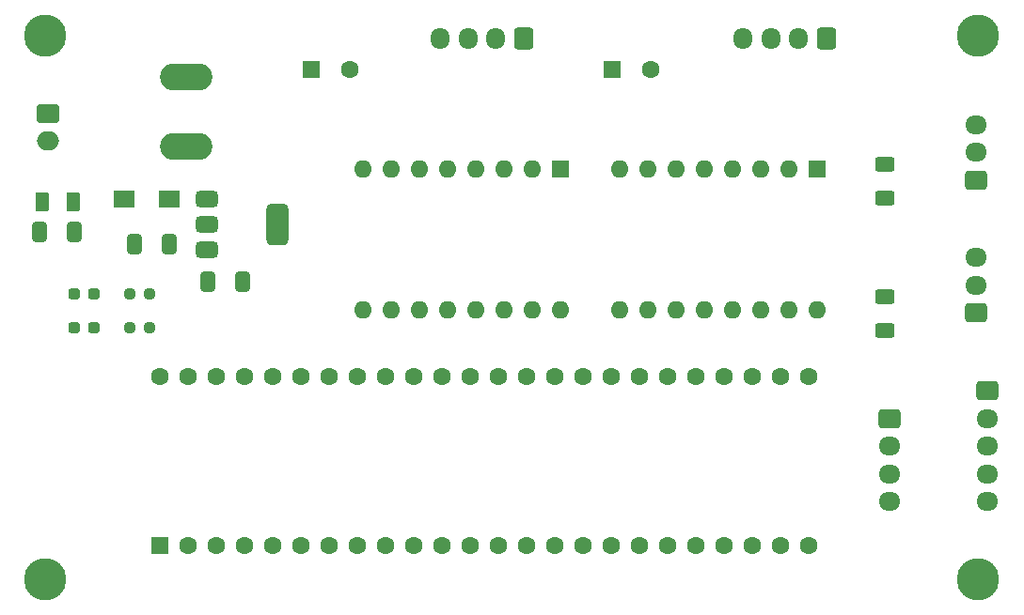
<source format=gbr>
%TF.GenerationSoftware,KiCad,Pcbnew,9.0.0*%
%TF.CreationDate,2025-03-09T21:01:43-04:00*%
%TF.ProjectId,RobocupSwinderPCB,526f626f-6375-4705-9377-696e64657250,1*%
%TF.SameCoordinates,Original*%
%TF.FileFunction,Soldermask,Top*%
%TF.FilePolarity,Negative*%
%FSLAX46Y46*%
G04 Gerber Fmt 4.6, Leading zero omitted, Abs format (unit mm)*
G04 Created by KiCad (PCBNEW 9.0.0) date 2025-03-09 21:01:43*
%MOMM*%
%LPD*%
G01*
G04 APERTURE LIST*
G04 Aperture macros list*
%AMRoundRect*
0 Rectangle with rounded corners*
0 $1 Rounding radius*
0 $2 $3 $4 $5 $6 $7 $8 $9 X,Y pos of 4 corners*
0 Add a 4 corners polygon primitive as box body*
4,1,4,$2,$3,$4,$5,$6,$7,$8,$9,$2,$3,0*
0 Add four circle primitives for the rounded corners*
1,1,$1+$1,$2,$3*
1,1,$1+$1,$4,$5*
1,1,$1+$1,$6,$7*
1,1,$1+$1,$8,$9*
0 Add four rect primitives between the rounded corners*
20,1,$1+$1,$2,$3,$4,$5,0*
20,1,$1+$1,$4,$5,$6,$7,0*
20,1,$1+$1,$6,$7,$8,$9,0*
20,1,$1+$1,$8,$9,$2,$3,0*%
G04 Aperture macros list end*
%ADD10RoundRect,0.250000X0.725000X-0.600000X0.725000X0.600000X-0.725000X0.600000X-0.725000X-0.600000X0*%
%ADD11O,1.950000X1.700000*%
%ADD12RoundRect,0.250000X0.625000X-0.400000X0.625000X0.400000X-0.625000X0.400000X-0.625000X-0.400000X0*%
%ADD13R,1.600000X1.600000*%
%ADD14C,1.600000*%
%ADD15RoundRect,0.237500X0.287500X0.237500X-0.287500X0.237500X-0.287500X-0.237500X0.287500X-0.237500X0*%
%ADD16C,3.800000*%
%ADD17RoundRect,0.237500X-0.250000X-0.237500X0.250000X-0.237500X0.250000X0.237500X-0.250000X0.237500X0*%
%ADD18RoundRect,0.250000X-0.725000X0.600000X-0.725000X-0.600000X0.725000X-0.600000X0.725000X0.600000X0*%
%ADD19RoundRect,0.250000X-0.750000X0.600000X-0.750000X-0.600000X0.750000X-0.600000X0.750000X0.600000X0*%
%ADD20O,2.000000X1.700000*%
%ADD21O,1.600000X1.600000*%
%ADD22O,4.704000X2.454000*%
%ADD23R,1.900000X1.500000*%
%ADD24RoundRect,0.250000X0.600000X0.725000X-0.600000X0.725000X-0.600000X-0.725000X0.600000X-0.725000X0*%
%ADD25O,1.700000X1.950000*%
%ADD26RoundRect,0.250000X-0.412500X-0.650000X0.412500X-0.650000X0.412500X0.650000X-0.412500X0.650000X0*%
%ADD27RoundRect,0.375000X-0.625000X-0.375000X0.625000X-0.375000X0.625000X0.375000X-0.625000X0.375000X0*%
%ADD28RoundRect,0.500000X-0.500000X-1.400000X0.500000X-1.400000X0.500000X1.400000X-0.500000X1.400000X0*%
%ADD29RoundRect,0.250000X0.412500X0.650000X-0.412500X0.650000X-0.412500X-0.650000X0.412500X-0.650000X0*%
%ADD30RoundRect,0.250000X-0.375000X-0.625000X0.375000X-0.625000X0.375000X0.625000X-0.375000X0.625000X0*%
G04 APERTURE END LIST*
D10*
%TO.C,SW2*%
X177300000Y-91000000D03*
D11*
X177300000Y-88500000D03*
X177300000Y-86000000D03*
%TD*%
D12*
%TO.C,R1*%
X169075000Y-80650000D03*
X169075000Y-77550000D03*
%TD*%
D13*
%TO.C,C2*%
X144500000Y-69000000D03*
D14*
X148000000Y-69000000D03*
%TD*%
D10*
%TO.C,SW1*%
X177300000Y-79000000D03*
D11*
X177300000Y-76500000D03*
X177300000Y-74000000D03*
%TD*%
D15*
%TO.C,D1*%
X97862500Y-89300000D03*
X96112500Y-89300000D03*
%TD*%
D16*
%TO.C,H4*%
X93500000Y-115000000D03*
%TD*%
D17*
%TO.C,R3*%
X101075000Y-89300000D03*
X102900000Y-89300000D03*
%TD*%
D18*
%TO.C,LCD1*%
X169500000Y-100500000D03*
D11*
X169500000Y-103000000D03*
X169500000Y-105500000D03*
X169500000Y-108000000D03*
%TD*%
D16*
%TO.C,H2*%
X177500000Y-66000000D03*
%TD*%
D19*
%TO.C,SW3*%
X93700000Y-73000000D03*
D20*
X93700000Y-75500000D03*
%TD*%
D13*
%TO.C,U1*%
X103800000Y-111990000D03*
D14*
X106340000Y-111990000D03*
X108880000Y-111990000D03*
X111420000Y-111990000D03*
X113960000Y-111990000D03*
X116500000Y-111990000D03*
X119040000Y-111990000D03*
X121580000Y-111990000D03*
X124120000Y-111990000D03*
X126660000Y-111990000D03*
X129200000Y-111990000D03*
X131740000Y-111990000D03*
X134280000Y-111990000D03*
X136820000Y-111990000D03*
X139360000Y-111990000D03*
X141900000Y-111990000D03*
X144440000Y-111990000D03*
X146980000Y-111990000D03*
X149520000Y-111990000D03*
X152060000Y-111990000D03*
X154600000Y-111990000D03*
X157140000Y-111990000D03*
X159680000Y-111990000D03*
X162220000Y-111990000D03*
X162220000Y-96750000D03*
X159680000Y-96750000D03*
X157140000Y-96750000D03*
X154600000Y-96750000D03*
X152060000Y-96750000D03*
X149520000Y-96750000D03*
X146980000Y-96750000D03*
X144440000Y-96750000D03*
X141900000Y-96750000D03*
X139360000Y-96750000D03*
X136820000Y-96750000D03*
X134280000Y-96750000D03*
X131740000Y-96750000D03*
X129200000Y-96750000D03*
X126660000Y-96750000D03*
X124120000Y-96750000D03*
X121580000Y-96750000D03*
X119040000Y-96750000D03*
X116500000Y-96750000D03*
X113960000Y-96750000D03*
X111420000Y-96750000D03*
X108880000Y-96750000D03*
X106340000Y-96750000D03*
X103800000Y-96750000D03*
%TD*%
D13*
%TO.C,A2*%
X163000000Y-78000000D03*
D21*
X160460000Y-78000000D03*
X157920000Y-78000000D03*
X155380000Y-78000000D03*
X152840000Y-78000000D03*
X150300000Y-78000000D03*
X147760000Y-78000000D03*
X145220000Y-78000000D03*
X145220000Y-90700000D03*
X147760000Y-90700000D03*
X150300000Y-90700000D03*
X152840000Y-90700000D03*
X155380000Y-90700000D03*
X157920000Y-90700000D03*
X160460000Y-90700000D03*
X163000000Y-90700000D03*
%TD*%
D22*
%TO.C,J1*%
X106200000Y-76000000D03*
X106200000Y-69700000D03*
%TD*%
D23*
%TO.C,L1*%
X100550000Y-80700000D03*
X104650000Y-80700000D03*
%TD*%
D24*
%TO.C,M2*%
X163800000Y-66225000D03*
D25*
X161300000Y-66225000D03*
X158800000Y-66225000D03*
X156300000Y-66225000D03*
%TD*%
D26*
%TO.C,C5*%
X108137500Y-88200000D03*
X111262500Y-88200000D03*
%TD*%
D27*
%TO.C,U3*%
X108050000Y-80700000D03*
X108050000Y-83000000D03*
X108050000Y-85300000D03*
D28*
X114350000Y-83000000D03*
%TD*%
D16*
%TO.C,H3*%
X177500000Y-115000000D03*
%TD*%
D13*
%TO.C,C1*%
X117397349Y-69000000D03*
D14*
X120897349Y-69000000D03*
%TD*%
D24*
%TO.C,M1*%
X136550000Y-66225000D03*
D25*
X134050000Y-66225000D03*
X131550000Y-66225000D03*
X129050000Y-66225000D03*
%TD*%
D18*
%TO.C,RE1*%
X178300000Y-98000000D03*
D11*
X178300000Y-100500000D03*
X178300000Y-103000000D03*
X178300000Y-105500000D03*
X178300000Y-108000000D03*
%TD*%
D12*
%TO.C,R2*%
X169075000Y-92600000D03*
X169075000Y-89500000D03*
%TD*%
D29*
%TO.C,C4*%
X104662500Y-84800000D03*
X101537500Y-84800000D03*
%TD*%
D30*
%TO.C,F1*%
X93200000Y-81000000D03*
X96000000Y-81000000D03*
%TD*%
D29*
%TO.C,C3*%
X96062500Y-83700000D03*
X92937500Y-83700000D03*
%TD*%
D17*
%TO.C,R4*%
X101075000Y-92300000D03*
X102900000Y-92300000D03*
%TD*%
D15*
%TO.C,D2*%
X97862500Y-92300000D03*
X96112500Y-92300000D03*
%TD*%
D13*
%TO.C,A1*%
X139890000Y-78000000D03*
D21*
X137350000Y-78000000D03*
X134810000Y-78000000D03*
X132270000Y-78000000D03*
X129730000Y-78000000D03*
X127190000Y-78000000D03*
X124650000Y-78000000D03*
X122110000Y-78000000D03*
X122110000Y-90700000D03*
X124650000Y-90700000D03*
X127190000Y-90700000D03*
X129730000Y-90700000D03*
X132270000Y-90700000D03*
X134810000Y-90700000D03*
X137350000Y-90700000D03*
X139890000Y-90700000D03*
%TD*%
D16*
%TO.C,H1*%
X93500000Y-66000000D03*
%TD*%
M02*

</source>
